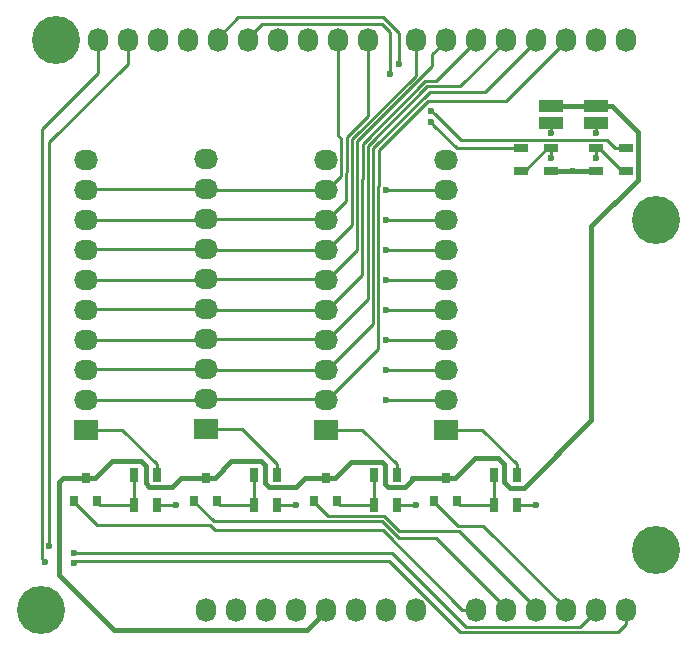
<source format=gbr>
G04 #@! TF.FileFunction,Copper,L1,Top,Signal*
%FSLAX46Y46*%
G04 Gerber Fmt 4.6, Leading zero omitted, Abs format (unit mm)*
G04 Created by KiCad (PCBNEW 4.0.6-e0-6349~53~ubuntu16.04.1) date Thu Jul 27 14:37:32 2017*
%MOMM*%
%LPD*%
G01*
G04 APERTURE LIST*
%ADD10C,0.100000*%
%ADD11O,1.727200X2.032000*%
%ADD12C,4.064000*%
%ADD13R,2.000000X1.000000*%
%ADD14R,2.032000X1.727200*%
%ADD15O,2.032000X1.727200*%
%ADD16R,0.800000X0.900000*%
%ADD17R,0.700000X1.300000*%
%ADD18R,1.300000X0.700000*%
%ADD19C,0.600000*%
%ADD20C,0.381000*%
%ADD21C,0.250000*%
G04 APERTURE END LIST*
D10*
D11*
X138938000Y-123825000D03*
X141478000Y-123825000D03*
X144018000Y-123825000D03*
X146558000Y-123825000D03*
X149098000Y-123825000D03*
X151638000Y-123825000D03*
X154178000Y-123825000D03*
X156718000Y-123825000D03*
X161798000Y-123825000D03*
X164338000Y-123825000D03*
X166878000Y-123825000D03*
X169418000Y-123825000D03*
X171958000Y-123825000D03*
X174498000Y-123825000D03*
X129794000Y-75565000D03*
X132334000Y-75565000D03*
X134874000Y-75565000D03*
X137414000Y-75565000D03*
X139954000Y-75565000D03*
X142494000Y-75565000D03*
X145034000Y-75565000D03*
X147574000Y-75565000D03*
X150114000Y-75565000D03*
X152654000Y-75565000D03*
X156718000Y-75565000D03*
X159258000Y-75565000D03*
X161798000Y-75565000D03*
X164338000Y-75565000D03*
X166878000Y-75565000D03*
X169418000Y-75565000D03*
X171958000Y-75565000D03*
X174498000Y-75565000D03*
D12*
X124968000Y-123825000D03*
X177038000Y-118745000D03*
X126238000Y-75565000D03*
X177038000Y-90805000D03*
D13*
X171958000Y-81215000D03*
X171958000Y-82615000D03*
X168148000Y-81215000D03*
X168148000Y-82615000D03*
D14*
X128778000Y-108585000D03*
D15*
X128778000Y-106045000D03*
X128778000Y-103505000D03*
X128778000Y-100965000D03*
X128778000Y-98425000D03*
X128778000Y-95885000D03*
X128778000Y-93345000D03*
X128778000Y-90805000D03*
X128778000Y-88265000D03*
X128778000Y-85725000D03*
D14*
X138938000Y-108525000D03*
D15*
X138938000Y-105985000D03*
X138938000Y-103445000D03*
X138938000Y-100905000D03*
X138938000Y-98365000D03*
X138938000Y-95825000D03*
X138938000Y-93285000D03*
X138938000Y-90745000D03*
X138938000Y-88205000D03*
X138938000Y-85665000D03*
D14*
X149098000Y-108585000D03*
D15*
X149098000Y-106045000D03*
X149098000Y-103505000D03*
X149098000Y-100965000D03*
X149098000Y-98425000D03*
X149098000Y-95885000D03*
X149098000Y-93345000D03*
X149098000Y-90805000D03*
X149098000Y-88265000D03*
X149098000Y-85725000D03*
D14*
X159258000Y-108585000D03*
D15*
X159258000Y-106045000D03*
X159258000Y-103505000D03*
X159258000Y-100965000D03*
X159258000Y-98425000D03*
X159258000Y-95885000D03*
X159258000Y-93345000D03*
X159258000Y-90805000D03*
X159258000Y-88265000D03*
X159258000Y-85725000D03*
D16*
X127828000Y-114665000D03*
X129728000Y-114665000D03*
X128778000Y-112665000D03*
X137988000Y-114665000D03*
X139888000Y-114665000D03*
X138938000Y-112665000D03*
X148148000Y-114665000D03*
X150048000Y-114665000D03*
X149098000Y-112665000D03*
X158308000Y-114665000D03*
X160208000Y-114665000D03*
X159258000Y-112665000D03*
D17*
X132908000Y-112395000D03*
X134808000Y-112395000D03*
X143068000Y-112395000D03*
X144968000Y-112395000D03*
X132908000Y-114935000D03*
X134808000Y-114935000D03*
X143068000Y-114935000D03*
X144968000Y-114935000D03*
X153228000Y-112395000D03*
X155128000Y-112395000D03*
X163388000Y-112395000D03*
X165288000Y-112395000D03*
X153228000Y-114935000D03*
X155128000Y-114935000D03*
X163388000Y-114935000D03*
X165288000Y-114935000D03*
D18*
X174498000Y-86675000D03*
X174498000Y-84775000D03*
X165608000Y-84775000D03*
X165608000Y-86675000D03*
X171958000Y-84775000D03*
X171958000Y-86675000D03*
X168148000Y-84775000D03*
X168148000Y-86675000D03*
D19*
X136398000Y-114935000D03*
X146558000Y-114935000D03*
X156718000Y-114935000D03*
X166878000Y-114935000D03*
X170053000Y-86675000D03*
X125674011Y-118403194D03*
X127762000Y-118999000D03*
X125349000Y-119761000D03*
X127762000Y-119888000D03*
X154178000Y-88265000D03*
X154178000Y-90805000D03*
X154178000Y-93345000D03*
X154178000Y-95885000D03*
X154178000Y-98425000D03*
X154178000Y-100965000D03*
X154178000Y-103505000D03*
X154178000Y-106045000D03*
X155311010Y-77597000D03*
X158044596Y-81595697D03*
X154559002Y-78486000D03*
X157988000Y-82550000D03*
X171958000Y-85598000D03*
X171958000Y-83439000D03*
X168148000Y-85598000D03*
X168148000Y-83474989D03*
D20*
X171958000Y-81215000D02*
X173339000Y-81215000D01*
X173339000Y-81215000D02*
X175538501Y-83414501D01*
X175538501Y-87427699D02*
X171602400Y-91363800D01*
X164185600Y-111489698D02*
X163668502Y-110972600D01*
X175538501Y-83414501D02*
X175538501Y-87427699D01*
X171602400Y-91363800D02*
X171602400Y-107783502D01*
X171602400Y-107783502D02*
X165873302Y-113512600D01*
X164185600Y-112995502D02*
X164185600Y-111489698D01*
X161731400Y-110972600D02*
X160039000Y-112665000D01*
X165873302Y-113512600D02*
X164702698Y-113512600D01*
X164702698Y-113512600D02*
X164185600Y-112995502D01*
X163668502Y-110972600D02*
X161731400Y-110972600D01*
X160039000Y-112665000D02*
X159258000Y-112665000D01*
X133442502Y-111226600D02*
X130997400Y-111226600D01*
X130997400Y-111226600D02*
X129559000Y-112665000D01*
X129559000Y-112665000D02*
X128778000Y-112665000D01*
X133858000Y-113147902D02*
X133858000Y-111642098D01*
X133858000Y-111642098D02*
X133442502Y-111226600D01*
X136890000Y-112665000D02*
X136119499Y-113435501D01*
X136119499Y-113435501D02*
X134145599Y-113435501D01*
X134145599Y-113435501D02*
X133858000Y-113147902D01*
X138938000Y-112665000D02*
X136890000Y-112665000D01*
X143653302Y-111277400D02*
X141106600Y-111277400D01*
X141106600Y-111277400D02*
X139719000Y-112665000D01*
X139719000Y-112665000D02*
X138938000Y-112665000D01*
X143967200Y-113097102D02*
X143967200Y-111591298D01*
X143967200Y-111591298D02*
X143653302Y-111277400D01*
X147354800Y-112665000D02*
X146584299Y-113435501D01*
X146584299Y-113435501D02*
X144305599Y-113435501D01*
X144305599Y-113435501D02*
X143967200Y-113097102D01*
X149098000Y-112665000D02*
X147354800Y-112665000D01*
X153864102Y-111328200D02*
X151215800Y-111328200D01*
X151215800Y-111328200D02*
X149879000Y-112665000D01*
X149879000Y-112665000D02*
X149098000Y-112665000D01*
X154127200Y-113157000D02*
X154127200Y-111591298D01*
X154127200Y-111591298D02*
X153864102Y-111328200D01*
X154405701Y-113435501D02*
X154127200Y-113157000D01*
X156397200Y-112665000D02*
X156397200Y-112828702D01*
X155790401Y-113435501D02*
X154405701Y-113435501D01*
X156397200Y-112828702D02*
X155790401Y-113435501D01*
X159258000Y-112665000D02*
X156397200Y-112665000D01*
X131165600Y-125552200D02*
X147523200Y-125552200D01*
X147523200Y-125552200D02*
X149098000Y-123977400D01*
X149098000Y-123977400D02*
X149098000Y-123825000D01*
X126492000Y-120878600D02*
X131165600Y-125552200D01*
X126492000Y-113055400D02*
X126492000Y-120878600D01*
X126882400Y-112665000D02*
X126492000Y-113055400D01*
X128778000Y-112665000D02*
X126882400Y-112665000D01*
X168148000Y-81215000D02*
X171958000Y-81215000D01*
D21*
X134808000Y-114935000D02*
X136398000Y-114935000D01*
X144968000Y-114935000D02*
X146558000Y-114935000D01*
X155128000Y-114935000D02*
X156718000Y-114935000D01*
X165288000Y-114935000D02*
X166878000Y-114935000D01*
D20*
X170053000Y-86675000D02*
X171958000Y-86675000D01*
X168148000Y-86675000D02*
X170053000Y-86675000D01*
D21*
X153928000Y-117068600D02*
X160684400Y-123825000D01*
X139705189Y-117068600D02*
X153928000Y-117068600D01*
X139307189Y-116670600D02*
X139705189Y-117068600D01*
X160684400Y-123825000D02*
X161798000Y-123825000D01*
X127828000Y-114715000D02*
X129783600Y-116670600D01*
X129783600Y-116670600D02*
X139307189Y-116670600D01*
X127828000Y-114665000D02*
X127828000Y-114715000D01*
X137988000Y-114715000D02*
X139633012Y-116360012D01*
X137988000Y-114665000D02*
X137988000Y-114715000D01*
X153855823Y-116360012D02*
X155275611Y-117779800D01*
X155275611Y-117779800D02*
X158445200Y-117779800D01*
X139633012Y-116360012D02*
X153855823Y-116360012D01*
X158445200Y-117779800D02*
X164338000Y-123672600D01*
X164338000Y-123672600D02*
X164338000Y-123825000D01*
X149343001Y-115910001D02*
X154042223Y-115910001D01*
X160375600Y-117170200D02*
X166878000Y-123672600D01*
X148148000Y-114665000D02*
X148148000Y-114715000D01*
X148148000Y-114715000D02*
X149343001Y-115910001D01*
X154042223Y-115910001D02*
X155302422Y-117170200D01*
X155302422Y-117170200D02*
X160375600Y-117170200D01*
X166878000Y-123672600D02*
X166878000Y-123825000D01*
X158308000Y-114665000D02*
X158308000Y-114715000D01*
X158308000Y-114715000D02*
X160306000Y-116713000D01*
X160306000Y-116713000D02*
X162458400Y-116713000D01*
X162458400Y-116713000D02*
X169418000Y-123672600D01*
X169418000Y-123672600D02*
X169418000Y-123825000D01*
X132334000Y-75565000D02*
X132334000Y-77597000D01*
X125674011Y-117978930D02*
X125674011Y-118403194D01*
X132334000Y-77597000D02*
X125674011Y-84256989D01*
X125674011Y-84256989D02*
X125674011Y-117978930D01*
X128186264Y-118999000D02*
X127762000Y-118999000D01*
X160968399Y-125279989D02*
X154687410Y-118999000D01*
X171958000Y-123977400D02*
X170655411Y-125279989D01*
X171958000Y-123825000D02*
X171958000Y-123977400D01*
X154687410Y-118999000D02*
X128186264Y-118999000D01*
X170655411Y-125279989D02*
X160968399Y-125279989D01*
X125349000Y-119761000D02*
X125049001Y-119461001D01*
X125049001Y-83103999D02*
X129794000Y-78359000D01*
X129794000Y-78359000D02*
X129794000Y-75565000D01*
X125049001Y-119461001D02*
X125049001Y-83103999D01*
X154432000Y-119705652D02*
X127944348Y-119705652D01*
X127944348Y-119705652D02*
X127762000Y-119888000D01*
X160456348Y-125730000D02*
X154432000Y-119705652D01*
X173859000Y-125730000D02*
X160456348Y-125730000D01*
X174498000Y-123825000D02*
X174498000Y-125091000D01*
X174498000Y-125091000D02*
X173859000Y-125730000D01*
X138938000Y-88205000D02*
X128838000Y-88205000D01*
X128838000Y-88205000D02*
X128778000Y-88265000D01*
X149098000Y-88265000D02*
X138998000Y-88265000D01*
X138998000Y-88265000D02*
X138938000Y-88205000D01*
X150364000Y-86699119D02*
X150364000Y-87151400D01*
X150114000Y-83642200D02*
X150439010Y-83967210D01*
X159258000Y-88265000D02*
X157992000Y-88265000D01*
X157992000Y-88265000D02*
X154178000Y-88265000D01*
X150114000Y-75565000D02*
X150114000Y-83642200D01*
X150364000Y-87151400D02*
X149250400Y-88265000D01*
X150439010Y-86624109D02*
X150364000Y-86699119D01*
X150439010Y-83967210D02*
X150439010Y-86624109D01*
X149250400Y-88265000D02*
X149098000Y-88265000D01*
X138938000Y-90745000D02*
X149038000Y-90745000D01*
X149038000Y-90745000D02*
X149098000Y-90805000D01*
X128778000Y-90805000D02*
X138878000Y-90805000D01*
X138878000Y-90805000D02*
X138938000Y-90745000D01*
X152654000Y-75565000D02*
X152654000Y-82058934D01*
X149250400Y-90805000D02*
X149098000Y-90805000D01*
X150889021Y-83823913D02*
X150889021Y-86810509D01*
X150852932Y-89202468D02*
X149250400Y-90805000D01*
X150852932Y-86846598D02*
X150852932Y-89202468D01*
X152654000Y-82058934D02*
X150889021Y-83823913D01*
X150889021Y-86810509D02*
X150852932Y-86846598D01*
X154178000Y-90805000D02*
X159258000Y-90805000D01*
X138938000Y-93285000D02*
X128838000Y-93285000D01*
X128838000Y-93285000D02*
X128778000Y-93345000D01*
X149098000Y-93345000D02*
X138998000Y-93345000D01*
X138998000Y-93345000D02*
X138938000Y-93285000D01*
X154178000Y-93345000D02*
X159258000Y-93345000D01*
X151302944Y-87032997D02*
X151302944Y-91292456D01*
X151339032Y-84010313D02*
X151339032Y-86996909D01*
X151339032Y-86996909D02*
X151302944Y-87032997D01*
X156718000Y-75565000D02*
X156718000Y-78631345D01*
X156718000Y-78631345D02*
X151339032Y-84010313D01*
X149250400Y-93345000D02*
X149098000Y-93345000D01*
X151302944Y-91292456D02*
X149250400Y-93345000D01*
X138938000Y-95825000D02*
X149038000Y-95825000D01*
X149038000Y-95825000D02*
X149098000Y-95885000D01*
X128778000Y-95885000D02*
X138878000Y-95885000D01*
X138878000Y-95885000D02*
X138938000Y-95825000D01*
X154178000Y-95885000D02*
X159258000Y-95885000D01*
X158144400Y-77841357D02*
X151789043Y-84196713D01*
X159258000Y-75565000D02*
X159258000Y-75717400D01*
X151752955Y-93382445D02*
X149250400Y-95885000D01*
X149250400Y-95885000D02*
X149098000Y-95885000D01*
X151789043Y-87183309D02*
X151752955Y-87219397D01*
X151752955Y-87219397D02*
X151752955Y-93382445D01*
X158144400Y-76831000D02*
X158144400Y-77841357D01*
X159258000Y-75717400D02*
X158144400Y-76831000D01*
X151789043Y-84196713D02*
X151789043Y-87183309D01*
X138938000Y-98365000D02*
X128838000Y-98365000D01*
X128838000Y-98365000D02*
X128778000Y-98425000D01*
X149098000Y-98425000D02*
X138998000Y-98425000D01*
X138998000Y-98425000D02*
X138938000Y-98365000D01*
X154178000Y-98425000D02*
X159258000Y-98425000D01*
X149250400Y-98425000D02*
X149098000Y-98425000D01*
X152202966Y-95472434D02*
X149250400Y-98425000D01*
X152202966Y-87405797D02*
X152202966Y-95472434D01*
X152239054Y-87369709D02*
X152202966Y-87405797D01*
X152239054Y-84383113D02*
X152239054Y-87369709D01*
X157537590Y-79084578D02*
X152239054Y-84383113D01*
X158430822Y-79084578D02*
X157537590Y-79084578D01*
X161798000Y-75717400D02*
X158430822Y-79084578D01*
X161798000Y-75565000D02*
X161798000Y-75717400D01*
X138938000Y-100905000D02*
X149038000Y-100905000D01*
X149038000Y-100905000D02*
X149098000Y-100965000D01*
X128778000Y-100965000D02*
X138878000Y-100965000D01*
X138878000Y-100965000D02*
X138938000Y-100905000D01*
X154178000Y-100965000D02*
X159258000Y-100965000D01*
X152652977Y-97562423D02*
X149250400Y-100965000D01*
X152652977Y-87592197D02*
X152652977Y-97562423D01*
X152689065Y-87556109D02*
X152652977Y-87592197D01*
X157723990Y-79534589D02*
X152689065Y-84569513D01*
X164338000Y-75565000D02*
X164338000Y-75717400D01*
X152689065Y-84569513D02*
X152689065Y-87556109D01*
X160520811Y-79534589D02*
X157723990Y-79534589D01*
X164338000Y-75717400D02*
X160520811Y-79534589D01*
X149250400Y-100965000D02*
X149098000Y-100965000D01*
X138938000Y-103445000D02*
X128838000Y-103445000D01*
X128838000Y-103445000D02*
X128778000Y-103505000D01*
X149098000Y-103505000D02*
X138998000Y-103505000D01*
X138998000Y-103505000D02*
X138938000Y-103445000D01*
X154178000Y-103505000D02*
X159258000Y-103505000D01*
X149250400Y-103505000D02*
X149098000Y-103505000D01*
X153102988Y-99652412D02*
X149250400Y-103505000D01*
X153102988Y-87778597D02*
X153102988Y-99652412D01*
X157910390Y-79984600D02*
X153139076Y-84755913D01*
X162610800Y-79984600D02*
X157910390Y-79984600D01*
X153139076Y-87742509D02*
X153102988Y-87778597D01*
X166878000Y-75565000D02*
X166878000Y-75717400D01*
X153139076Y-84755913D02*
X153139076Y-87742509D01*
X166878000Y-75717400D02*
X162610800Y-79984600D01*
X138938000Y-105985000D02*
X149038000Y-105985000D01*
X149038000Y-105985000D02*
X149098000Y-106045000D01*
X128778000Y-106045000D02*
X138878000Y-106045000D01*
X138878000Y-106045000D02*
X138938000Y-105985000D01*
X154178000Y-106045000D02*
X159258000Y-106045000D01*
X149250400Y-106045000D02*
X149098000Y-106045000D01*
X153552999Y-101742401D02*
X149250400Y-106045000D01*
X153552999Y-87964997D02*
X153552999Y-101742401D01*
X153589087Y-87928909D02*
X153552999Y-87964997D01*
X157734000Y-80797400D02*
X153589087Y-84942313D01*
X153589087Y-84942313D02*
X153589087Y-87928909D01*
X164338000Y-80797400D02*
X157734000Y-80797400D01*
X169418000Y-75717400D02*
X164338000Y-80797400D01*
X169418000Y-75565000D02*
X169418000Y-75717400D01*
X158344595Y-81895696D02*
X158044596Y-81595697D01*
X160548898Y-84099999D02*
X158344595Y-81895696D01*
X172922999Y-84099999D02*
X160548898Y-84099999D01*
X173598000Y-84775000D02*
X172922999Y-84099999D01*
X174498000Y-84775000D02*
X173598000Y-84775000D01*
X139954000Y-75565000D02*
X139954000Y-75412600D01*
X153925410Y-73660000D02*
X155311010Y-75045600D01*
X139954000Y-75412600D02*
X141706600Y-73660000D01*
X141706600Y-73660000D02*
X153925410Y-73660000D01*
X155311010Y-75045600D02*
X155311010Y-77172736D01*
X155311010Y-77172736D02*
X155311010Y-77597000D01*
X154559002Y-78061736D02*
X154559002Y-78486000D01*
X153852990Y-74223990D02*
X154559002Y-74930002D01*
X143682610Y-74223990D02*
X153852990Y-74223990D01*
X142494000Y-75412600D02*
X143682610Y-74223990D01*
X142494000Y-75565000D02*
X142494000Y-75412600D01*
X154559002Y-74930002D02*
X154559002Y-78061736D01*
X158287999Y-82849999D02*
X157988000Y-82550000D01*
X160213000Y-84775000D02*
X158287999Y-82849999D01*
X165608000Y-84775000D02*
X160213000Y-84775000D01*
X171958000Y-85598000D02*
X171958000Y-84775000D01*
X171958000Y-82615000D02*
X171958000Y-83439000D01*
X174498000Y-86675000D02*
X174158000Y-86675000D01*
X174158000Y-86675000D02*
X172258000Y-84775000D01*
X172258000Y-84775000D02*
X171958000Y-84775000D01*
X168148000Y-85598000D02*
X168148000Y-84775000D01*
X168148000Y-82615000D02*
X168148000Y-83474989D01*
X165608000Y-86675000D02*
X165948000Y-86675000D01*
X165948000Y-86675000D02*
X167848000Y-84775000D01*
X167848000Y-84775000D02*
X168148000Y-84775000D01*
X134808000Y-112395000D02*
X134808000Y-111495000D01*
X134808000Y-111495000D02*
X131898000Y-108585000D01*
X131898000Y-108585000D02*
X130044000Y-108585000D01*
X130044000Y-108585000D02*
X128778000Y-108585000D01*
X144968000Y-112395000D02*
X144968000Y-111495000D01*
X144968000Y-111495000D02*
X141998000Y-108525000D01*
X141998000Y-108525000D02*
X140204000Y-108525000D01*
X140204000Y-108525000D02*
X138938000Y-108525000D01*
X155128000Y-112395000D02*
X155128000Y-111495000D01*
X155128000Y-111495000D02*
X152218000Y-108585000D01*
X152218000Y-108585000D02*
X150364000Y-108585000D01*
X150364000Y-108585000D02*
X149098000Y-108585000D01*
X165288000Y-112395000D02*
X165288000Y-111495000D01*
X165288000Y-111495000D02*
X162378000Y-108585000D01*
X162378000Y-108585000D02*
X160524000Y-108585000D01*
X160524000Y-108585000D02*
X159258000Y-108585000D01*
X132908000Y-112395000D02*
X132908000Y-113295000D01*
X132908000Y-113295000D02*
X132908000Y-114935000D01*
X132908000Y-114935000D02*
X129998000Y-114935000D01*
X129998000Y-114935000D02*
X129728000Y-114665000D01*
X143068000Y-112395000D02*
X143068000Y-113295000D01*
X143068000Y-113295000D02*
X143068000Y-114935000D01*
X143068000Y-114935000D02*
X140158000Y-114935000D01*
X140158000Y-114935000D02*
X139888000Y-114665000D01*
X153228000Y-112395000D02*
X153228000Y-113295000D01*
X153228000Y-113295000D02*
X153228000Y-114935000D01*
X153228000Y-114935000D02*
X150318000Y-114935000D01*
X150318000Y-114935000D02*
X150048000Y-114665000D01*
X163388000Y-112395000D02*
X163388000Y-113295000D01*
X163388000Y-113295000D02*
X163388000Y-114935000D01*
X163388000Y-114935000D02*
X160478000Y-114935000D01*
X160478000Y-114935000D02*
X160208000Y-114665000D01*
M02*

</source>
